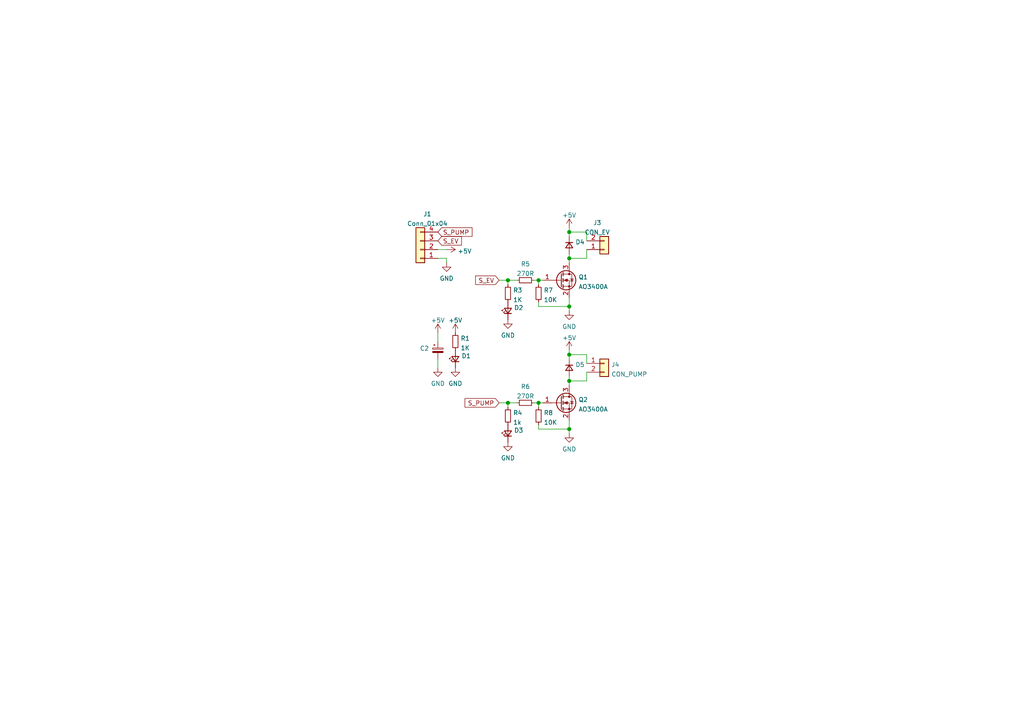
<source format=kicad_sch>
(kicad_sch (version 20250114) (generator "eeschema") (generator_version "9.0")
  (paper "A4")
  (lib_symbols
    (symbol "Connector_Generic:Conn_01x02" (pin_names (offset 1.016) (hide yes))
      (property "Reference" "J" (at 0 2.54 0))
      (property "Value" "Conn_01x02" (at 0 -5.08 0))
      (symbol "Conn_01x02_1_1"
        (rectangle (start -1.27 1.27) (end 1.27 -3.81) (stroke (width 0.254)) (fill (type background)))
        (rectangle (start -1.27 0.127) (end 0 -0.127) (stroke (width 0.1524)))
        (rectangle (start -1.27 -2.413) (end 0 -2.667) (stroke (width 0.1524)))
        (pin passive line (at -5.08 0 0) (length 3.81) (name "Pin_1") (number "1"))
        (pin passive line (at -5.08 -2.54 0) (length 3.81) (name "Pin_2") (number "2"))
      )
    )
    (symbol "Connector_Generic:Conn_01x04" (pin_names (offset 1.016) (hide yes))
      (property "Reference" "J" (at 0 5.08 0))
      (property "Value" "Conn_01x04" (at 0 -7.62 0))
      (symbol "Conn_01x04_1_1"
        (rectangle (start -1.27 3.81) (end 1.27 -6.35) (stroke (width 0.254)) (fill (type background)))
        (rectangle (start -1.27 2.667) (end 0 2.413) (stroke (width 0.1524)))
        (rectangle (start -1.27 0.127) (end 0 -0.127) (stroke (width 0.1524)))
        (rectangle (start -1.27 -2.413) (end 0 -2.667) (stroke (width 0.1524)))
        (rectangle (start -1.27 -4.953) (end 0 -5.207) (stroke (width 0.1524)))
        (pin passive line (at -5.08 2.54 0) (length 3.81) (name "Pin_1") (number "1"))
        (pin passive line (at -5.08 0 0) (length 3.81) (name "Pin_2") (number "2"))
        (pin passive line (at -5.08 -2.54 0) (length 3.81) (name "Pin_3") (number "3"))
        (pin passive line (at -5.08 -5.08 0) (length 3.81) (name "Pin_4") (number "4"))
      )
    )
    (symbol "Device:C_Polarized_Small" (pin_numbers (hide yes)) (pin_names (offset 0.254) (hide yes))
      (property "Reference" "C" (at 0.254 1.778 0))
      (property "Value" "C_Polarized_Small" (at 0.254 -2.032 0))
      (symbol "C_Polarized_Small_0_1"
        (rectangle (start -1.524 0.6858) (end 1.524 0.3048))
        (rectangle (start -1.524 -0.3048) (end 1.524 -0.6858) (fill (type outline)))
        (polyline (pts (xy -1.27 1.524) (xy -0.762 1.524)))
        (polyline (pts (xy -1.016 1.27) (xy -1.016 1.778)))
      )
      (symbol "C_Polarized_Small_1_1"
        (pin passive line (at 0 2.54 270) (length 1.8542) (name "~") (number "1"))
        (pin passive line (at 0 -2.54 90) (length 1.8542) (name "~") (number "2"))
      )
    )
    (symbol "Device:D_Small" (pin_numbers (hide yes)) (pin_names (offset 0.254) (hide yes))
      (property "Reference" "D" (at -1.27 2.032 0))
      (property "Value" "D_Small" (at -3.81 -2.032 0))
      (symbol "D_Small_0_1"
        (polyline (pts (xy -0.762 0) (xy 0.762 0)))
        (polyline (pts (xy -0.762 -1.016) (xy -0.762 1.016)) (stroke (width 0.254)))
        (polyline (pts (xy 0.762 -1.016) (xy -0.762 0) (xy 0.762 1.016) (xy 0.762 -1.016)) (stroke (width 0.254)))
      )
      (symbol "D_Small_1_1"
        (pin passive line (at -2.54 0 0) (length 1.778) (name "K") (number "1"))
        (pin passive line (at 2.54 0 180) (length 1.778) (name "A") (number "2"))
      )
    )
    (symbol "Device:LED_Small" (pin_numbers (hide yes)) (pin_names (offset 0.254) (hide yes))
      (property "Reference" "D" (at -1.27 3.175 0))
      (property "Value" "LED_Small" (at -4.445 -2.54 0))
      (symbol "LED_Small_0_1"
        (polyline (pts (xy -0.762 -1.016) (xy -0.762 1.016)) (stroke (width 0.254)))
        (polyline (pts (xy 0 0.762) (xy -0.508 1.27) (xy -0.254 1.27) (xy -0.508 1.27) (xy -0.508 1.016)))
        (polyline (pts (xy 0.508 1.27) (xy 0 1.778) (xy 0.254 1.778) (xy 0 1.778) (xy 0 1.524)))
        (polyline (pts (xy 0.762 -1.016) (xy -0.762 0) (xy 0.762 1.016) (xy 0.762 -1.016)) (stroke (width 0.254)))
        (polyline (pts (xy 1.016 0) (xy -0.762 0)))
      )
      (symbol "LED_Small_1_1"
        (pin passive line (at -2.54 0 0) (length 1.778) (name "K") (number "1"))
        (pin passive line (at 2.54 0 180) (length 1.778) (name "A") (number "2"))
      )
    )
    (symbol "Device:R_Small" (pin_numbers (hide yes)) (pin_names (offset 0.254) (hide yes))
      (property "Reference" "R" (at 0.762 0.508 0))
      (property "Value" "R_Small" (at 0.762 -1.016 0))
      (symbol "R_Small_0_1"
        (rectangle (start -0.762 1.778) (end 0.762 -1.778) (stroke (width 0.2032)))
      )
      (symbol "R_Small_1_1"
        (pin passive line (at 0 2.54 270) (length 0.762) (name "~") (number "1"))
        (pin passive line (at 0 -2.54 90) (length 0.762) (name "~") (number "2"))
      )
    )
    (symbol "Transistor_FET:AO3400A" (pin_names (hide yes))
      (property "Reference" "Q" (at 5.08 1.905 0))
      (property "Value" "AO3400A" (at 5.08 0 0))
      (symbol "AO3400A_0_1"
        (polyline (pts (xy 0.254 1.905) (xy 0.254 -1.905)) (stroke (width 0.254)))
        (polyline (pts (xy 0.254 0) (xy -2.54 0)))
        (polyline (pts (xy 0.762 2.286) (xy 0.762 1.27)) (stroke (width 0.254)))
        (polyline (pts (xy 0.762 0.508) (xy 0.762 -0.508)) (stroke (width 0.254)))
        (polyline (pts (xy 0.762 -1.27) (xy 0.762 -2.286)) (stroke (width 0.254)))
        (polyline (pts (xy 0.762 -1.778) (xy 3.302 -1.778) (xy 3.302 1.778) (xy 0.762 1.778)))
        (polyline (pts (xy 1.016 0) (xy 2.032 0.381) (xy 2.032 -0.381) (xy 1.016 0)) (fill (type outline)))
        (circle (center 1.651 0) (radius 2.794) (stroke (width 0.254)))
        (polyline (pts (xy 2.54 2.54) (xy 2.54 1.778)))
        (circle (center 2.54 1.778) (radius 0.254) (fill (type outline)))
        (circle (center 2.54 -1.778) (radius 0.254) (fill (type outline)))
        (polyline (pts (xy 2.54 -2.54) (xy 2.54 0) (xy 0.762 0)))
        (polyline (pts (xy 2.794 0.508) (xy 2.921 0.381) (xy 3.683 0.381) (xy 3.81 0.254)))
        (polyline (pts (xy 3.302 0.381) (xy 2.921 -0.254) (xy 3.683 -0.254) (xy 3.302 0.381)))
      )
      (symbol "AO3400A_1_1"
        (pin input line (at -5.08 0 0) (length 2.54) (name "G") (number "1"))
        (pin passive line (at 2.54 5.08 270) (length 2.54) (name "D") (number "3"))
        (pin passive line (at 2.54 -5.08 90) (length 2.54) (name "S") (number "2"))
      )
    )
    (symbol "power:+5V" (power) (pin_names (offset 0))
      (property "Value" "+5V" (at 0 3.556 0))
      (symbol "+5V_0_1"
        (polyline (pts (xy -0.762 1.27) (xy 0 2.54)))
        (polyline (pts (xy 0 2.54) (xy 0.762 1.27)))
        (polyline (pts (xy 0 0) (xy 0 2.54)))
      )
      (symbol "+5V_1_1"
        (pin power_in line (at 0 0 90) (length 0) (hide yes) (name "+5V") (number "1"))
      )
    )
    (symbol "power:GND" (power) (pin_names (offset 0))
      (property "Value" "GND" (at 0 -3.81 0))
      (symbol "GND_0_1"
        (polyline (pts (xy 0 0) (xy 0 -1.27) (xy 1.27 -1.27) (xy 0 -2.54) (xy -1.27 -1.27) (xy 0 -1.27)))
      )
      (symbol "GND_1_1"
        (pin power_in line (at 0 0 270) (length 0) (hide yes) (name "GND") (number "1"))
      )
    )
  )
  (junction (at 165.1 124.46) (diameter 1.016))
  (junction (at 156.21 81.28) (diameter 1.016))
  (junction (at 165.1 110.49) (diameter 1.016))
  (junction (at 156.21 116.84) (diameter 1.016))
  (junction (at 165.1 88.9) (diameter 1.016))
  (junction (at 165.1 67.31) (diameter 1.016))
  (junction (at 147.32 116.84) (diameter 1.016))
  (junction (at 165.1 74.93) (diameter 1.016))
  (junction (at 165.1 102.87) (diameter 1.016))
  (junction (at 147.32 81.28) (diameter 1.016))
  (wire (pts (xy 170.18 102.87) (xy 165.1 102.87)))
  (wire (pts (xy 170.18 105.41) (xy 170.18 102.87)))
  (wire (pts (xy 147.32 81.28) (xy 147.32 82.55)))
  (wire (pts (xy 156.21 116.84) (xy 156.21 118.11)))
  (wire (pts (xy 170.18 67.31) (xy 165.1 67.31)))
  (wire (pts (xy 156.21 123.19) (xy 156.21 124.46)))
  (wire (pts (xy 156.21 124.46) (xy 165.1 124.46)))
  (wire (pts (xy 147.32 116.84) (xy 147.32 118.11)))
  (wire (pts (xy 165.1 101.6) (xy 165.1 102.87)))
  (wire (pts (xy 165.1 102.87) (xy 165.1 104.14)))
  (wire (pts (xy 129.54 74.93) (xy 127 74.93)))
  (wire (pts (xy 129.54 76.2) (xy 129.54 74.93)))
  (wire (pts (xy 165.1 74.93) (xy 165.1 76.2)))
  (wire (pts (xy 165.1 109.22) (xy 165.1 110.49)))
  (wire (pts (xy 165.1 110.49) (xy 165.1 111.76)))
  (wire (pts (xy 127 72.39) (xy 129.54 72.39)))
  (wire (pts (xy 165.1 67.31) (xy 165.1 68.58)))
  (wire (pts (xy 170.18 72.39) (xy 170.18 74.93)))
  (wire (pts (xy 170.18 107.95) (xy 170.18 110.49)))
  (wire (pts (xy 170.18 110.49) (xy 165.1 110.49)))
  (wire (pts (xy 127 96.52) (xy 127 99.06)))
  (wire (pts (xy 170.18 69.85) (xy 170.18 67.31)))
  (wire (pts (xy 144.78 81.28) (xy 147.32 81.28)))
  (wire (pts (xy 147.32 81.28) (xy 149.86 81.28)))
  (wire (pts (xy 154.94 116.84) (xy 156.21 116.84)))
  (wire (pts (xy 156.21 116.84) (xy 157.48 116.84)))
  (wire (pts (xy 170.18 74.93) (xy 165.1 74.93)))
  (wire (pts (xy 127 104.14) (xy 127 106.68)))
  (wire (pts (xy 165.1 121.92) (xy 165.1 124.46)))
  (wire (pts (xy 165.1 124.46) (xy 165.1 125.73)))
  (wire (pts (xy 144.78 116.84) (xy 147.32 116.84)))
  (wire (pts (xy 147.32 116.84) (xy 149.86 116.84)))
  (wire (pts (xy 165.1 86.36) (xy 165.1 88.9)))
  (wire (pts (xy 165.1 88.9) (xy 165.1 90.17)))
  (wire (pts (xy 165.1 73.66) (xy 165.1 74.93)))
  (wire (pts (xy 154.94 81.28) (xy 156.21 81.28)))
  (wire (pts (xy 156.21 81.28) (xy 157.48 81.28)))
  (wire (pts (xy 156.21 87.63) (xy 156.21 88.9)))
  (wire (pts (xy 156.21 88.9) (xy 165.1 88.9)))
  (wire (pts (xy 156.21 81.28) (xy 156.21 82.55)))
  (wire (pts (xy 165.1 66.04) (xy 165.1 67.31)))
  (global_label "S_PUMP" (shape input) (at 127 67.31 0) (property "Intersheetrefs" "${INTERSHEET_REFS}" (effects (hide yes))))
  (global_label "S_PUMP" (shape input) (at 144.78 116.84 180) (property "Intersheetrefs" "${INTERSHEET_REFS}" (effects (hide yes))))
  (global_label "S_EV" (shape input) (at 144.78 81.28 180) (property "Intersheetrefs" "${INTERSHEET_REFS}" (effects (hide yes))))
  (global_label "S_EV" (shape input) (at 127 69.85 0) (property "Intersheetrefs" "${INTERSHEET_REFS}" (effects (hide yes))))
  (symbol (lib_id "Device:R_Small") (at 147.32 120.65 0) (unit 1)
    (property "Reference" "R4" (at 148.8187 119.7415 0) (effects (justify left)))
    (property "Value" "1k" (at 148.8187 122.5166 0) (effects (justify left)))
    (property "Footprint" "Resistor_SMD:R_1206_3216Metric_Pad1.30x1.75mm_HandSolder" (effects (hide yes)))
  )
  (symbol (lib_id "power:GND") (at 165.1 90.17 0) (unit 1)
    (property "Reference" "#PWR0104" (effects (hide yes)))
    (property "Value" "GND" (at 165.1 94.7326 0))
  )
  (symbol (lib_id "Device:LED_Small") (at 132.08 104.14 90) (unit 1)
    (property "Reference" "D1" (at 133.8581 103.2315 90) (effects (justify right)))
    (property "Value" "LED_Small" (effects (hide yes)))
    (property "Footprint" "LED_SMD:LED_1206_3216Metric_Pad1.42x1.75mm_HandSolder" (effects (hide yes)))
  )
  (symbol (lib_id "Device:R_Small") (at 132.08 99.06 0) (unit 1)
    (property "Reference" "R1" (at 133.5787 98.1515 0) (effects (justify left)))
    (property "Value" "1K" (at 133.5787 100.9266 0) (effects (justify left)))
    (property "Footprint" "Resistor_SMD:R_1206_3216Metric_Pad1.30x1.75mm_HandSolder" (effects (hide yes)))
  )
  (symbol (lib_id "power:GND") (at 129.54 76.2 0) (unit 1)
    (property "Reference" "#PWR0108" (effects (hide yes)))
    (property "Value" "GND" (at 129.54 80.7626 0))
  )
  (symbol (lib_id "Connector_Generic:Conn_01x02") (at 175.26 105.41 0) (unit 1)
    (property "Reference" "J4" (at 177.2921 105.7715 0) (effects (justify left)))
    (property "Value" "CON_PUMP" (at 177.2921 108.5466 0) (effects (justify left)))
    (property "Footprint" "BarbaLib:motor-pump-370" (effects (hide yes)))
  )
  (symbol (lib_id "Device:C_Polarized_Small") (at 127 101.6 0) (unit 1)
    (property "Reference" "C2" (at 124.46 101.0538 0) (effects (justify right)))
    (property "Value" "C_Polarized_Small" (effects (hide yes)))
    (property "Footprint" "Capacitor_THT:CP_Radial_D8.0mm_P5.00mm" (effects (hide yes)))
  )
  (symbol (lib_id "Device:R_Small") (at 152.4 116.84 90) (unit 1)
    (property "Reference" "R6" (at 152.4 112.1368 90))
    (property "Value" "270R" (at 152.4 114.9119 90))
    (property "Footprint" "Resistor_SMD:R_1206_3216Metric_Pad1.30x1.75mm_HandSolder" (effects (hide yes)))
  )
  (symbol (lib_id "Connector_Generic:Conn_01x02") (at 175.26 72.39 0) (mirror x) (unit 1)
    (property "Reference" "J3" (at 173.228 64.6134 0))
    (property "Value" "CON_EV" (at 173.228 67.3885 0))
    (property "Footprint" "Connector_Molex:Molex_KK-254_AE-6410-02A_1x02_P2.54mm_Vertical" (effects (hide yes)))
  )
  (symbol (lib_id "power:GND") (at 132.08 106.68 0) (unit 1)
    (property "Reference" "#PWR0112" (effects (hide yes)))
    (property "Value" "GND" (at 132.08 111.2426 0))
  )
  (symbol (lib_id "Connector_Generic:Conn_01x04") (at 121.92 72.39 180) (unit 1)
    (property "Reference" "J1" (at 123.952 62.0734 0))
    (property "Value" "Conn_01x04" (at 123.952 64.8485 0))
    (property "Footprint" "Connector_PinHeader_2.54mm:PinHeader_1x04_P2.54mm_Vertical" (effects (hide yes)))
  )
  (symbol (lib_id "Device:R_Small") (at 152.4 81.28 270) (unit 1)
    (property "Reference" "R5" (at 152.4 76.5768 90))
    (property "Value" "270R" (at 152.4 79.3519 90))
    (property "Footprint" "Resistor_SMD:R_1206_3216Metric_Pad1.30x1.75mm_HandSolder" (effects (hide yes)))
  )
  (symbol (lib_id "power:+5V") (at 127 96.52 0) (unit 1)
    (property "Reference" "#PWR0111" (effects (hide yes)))
    (property "Value" "+5V" (at 127 92.9154 0))
  )
  (symbol (lib_id "power:GND") (at 147.32 128.27 0) (unit 1)
    (property "Reference" "#PWR0101" (effects (hide yes)))
    (property "Value" "GND" (at 147.32 132.8326 0))
  )
  (symbol (lib_id "power:GND") (at 127 106.68 0) (unit 1)
    (property "Reference" "#PWR0109" (effects (hide yes)))
    (property "Value" "GND" (at 127 111.2426 0))
  )
  (symbol (lib_id "Device:R_Small") (at 156.21 85.09 0) (unit 1)
    (property "Reference" "R7" (at 157.7087 84.1815 0) (effects (justify left)))
    (property "Value" "10K" (at 157.7087 86.9566 0) (effects (justify left)))
    (property "Footprint" "Resistor_SMD:R_1206_3216Metric_Pad1.30x1.75mm_HandSolder" (effects (hide yes)))
  )
  (symbol (lib_id "power:+5V") (at 129.54 72.39 270) (unit 1)
    (property "Reference" "#PWR0107" (effects (hide yes)))
    (property "Value" "+5V" (at 132.7151 72.869 90) (effects (justify left)))
  )
  (symbol (lib_id "Device:D_Small") (at 165.1 71.12 270) (unit 1)
    (property "Reference" "D4" (at 166.8781 70.2115 90) (effects (justify left)))
    (property "Value" "D_Small" (effects (hide yes)))
    (property "Footprint" "Diode_SMD:D_SMA_Handsoldering" (effects (hide yes)))
  )
  (symbol (lib_id "Device:LED_Small") (at 147.32 90.17 90) (unit 1)
    (property "Reference" "D2" (at 149.0981 89.2615 90) (effects (justify right)))
    (property "Value" "LED_Small" (effects (hide yes)))
    (property "Footprint" "LED_SMD:LED_1206_3216Metric_Pad1.42x1.75mm_HandSolder" (effects (hide yes)))
  )
  (symbol (lib_id "power:GND") (at 165.1 125.73 0) (unit 1)
    (property "Reference" "#PWR0103" (effects (hide yes)))
    (property "Value" "GND" (at 165.1 130.2926 0))
  )
  (symbol (lib_id "power:GND") (at 147.32 92.71 0) (unit 1)
    (property "Reference" "#PWR0102" (effects (hide yes)))
    (property "Value" "GND" (at 147.32 97.2726 0))
  )
  (symbol (lib_id "Device:R_Small") (at 156.21 120.65 0) (unit 1)
    (property "Reference" "R8" (at 157.7087 119.7415 0) (effects (justify left)))
    (property "Value" "10K" (at 157.7087 122.5166 0) (effects (justify left)))
    (property "Footprint" "Resistor_SMD:R_1206_3216Metric_Pad1.30x1.75mm_HandSolder" (effects (hide yes)))
  )
  (symbol (lib_id "power:+5V") (at 132.08 96.52 0) (unit 1)
    (property "Reference" "#PWR0113" (effects (hide yes)))
    (property "Value" "+5V" (at 132.08 92.9154 0))
  )
  (symbol (lib_id "Transistor_FET:AO3400A") (at 162.56 116.84 0) (unit 1)
    (property "Reference" "Q2" (at 167.7671 115.9315 0) (effects (justify left)))
    (property "Value" "AO3400A" (at 167.7671 118.7066 0) (effects (justify left)))
    (property "Footprint" "Package_TO_SOT_SMD:SOT-23" (effects (hide yes)))
    (property "Datasheet" "http://www.aosmd.com/pdfs/datasheet/AO3400A.pdf" (effects (hide yes)))
  )
  (symbol (lib_id "Device:D_Small") (at 165.1 106.68 270) (unit 1)
    (property "Reference" "D5" (at 166.8781 105.7715 90) (effects (justify left)))
    (property "Value" "D_Small" (effects (hide yes)))
    (property "Footprint" "Diode_SMD:D_SMA_Handsoldering" (effects (hide yes)))
  )
  (symbol (lib_id "power:+5V") (at 165.1 66.04 0) (unit 1)
    (property "Reference" "#PWR0106" (effects (hide yes)))
    (property "Value" "+5V" (at 165.1 62.4354 0))
  )
  (symbol (lib_id "Device:LED_Small") (at 147.32 125.73 90) (unit 1)
    (property "Reference" "D3" (at 149.0981 124.8215 90) (effects (justify right)))
    (property "Value" "LED_Small" (effects (hide yes)))
    (property "Footprint" "LED_SMD:LED_1206_3216Metric_Pad1.42x1.75mm_HandSolder" (effects (hide yes)))
  )
  (symbol (lib_id "Transistor_FET:AO3400A") (at 162.56 81.28 0) (unit 1)
    (property "Reference" "Q1" (at 167.7671 80.3715 0) (effects (justify left)))
    (property "Value" "AO3400A" (at 167.7671 83.1466 0) (effects (justify left)))
    (property "Footprint" "Package_TO_SOT_SMD:SOT-23" (effects (hide yes)))
    (property "Datasheet" "http://www.aosmd.com/pdfs/datasheet/AO3400A.pdf" (effects (hide yes)))
  )
  (symbol (lib_id "Device:R_Small") (at 147.32 85.09 0) (unit 1)
    (property "Reference" "R3" (at 148.8187 84.1815 0) (effects (justify left)))
    (property "Value" "1K" (at 148.8187 86.9566 0) (effects (justify left)))
    (property "Footprint" "Resistor_SMD:R_1206_3216Metric_Pad1.30x1.75mm_HandSolder" (effects (hide yes)))
  )
  (symbol (lib_id "power:+5V") (at 165.1 101.6 0) (unit 1)
    (property "Reference" "#PWR0105" (effects (hide yes)))
    (property "Value" "+5V" (at 165.1 97.9954 0))
  )
)
</source>
